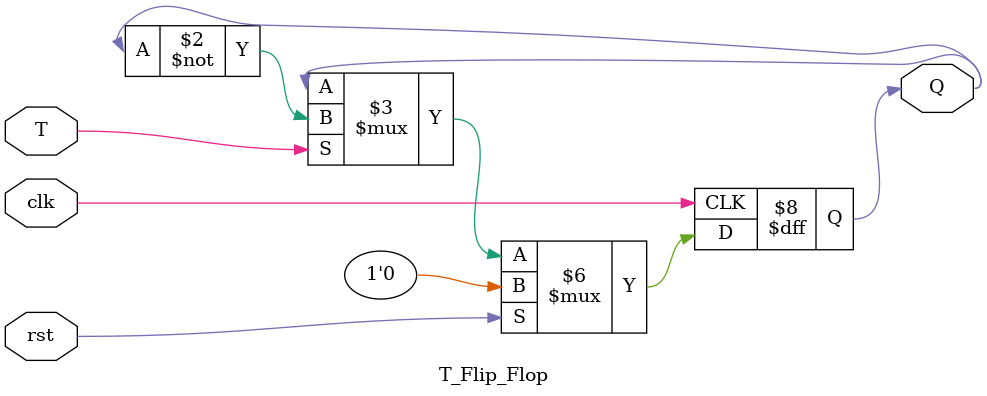
<source format=v>
module T_Flip_Flop(
    input T, clk, rst,
    output reg Q
);
always @(posedge clk)
begin
    if (rst)
        Q <= 0;
    else if (T)
        Q <= ~Q;
end
endmodule

</source>
